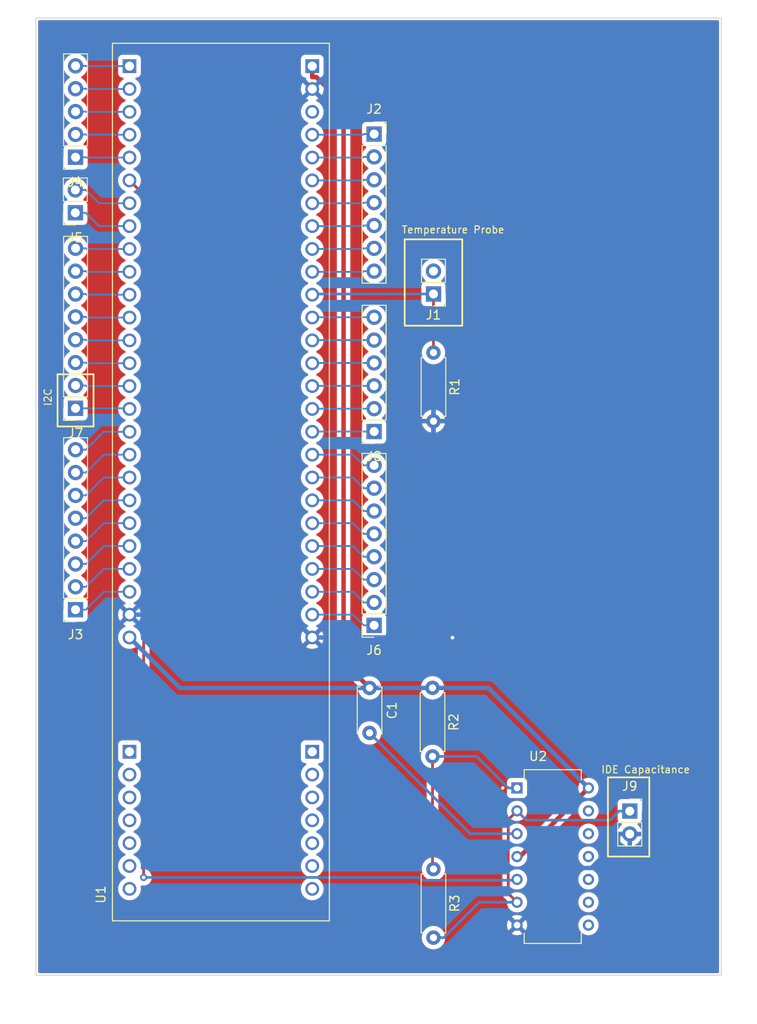
<source format=kicad_pcb>
(kicad_pcb (version 20240108) (generator "pcbnew") (generator_version "8.0")
  (layers (0 "F.Cu" signal) (31 "B.Cu" signal) (34 "B.Paste" user) (35 "F.Paste" user) (36 "B.SilkS" user "B.Silkscreen") (37 "F.SilkS" user "F.Silkscreen") (38 "B.Mask" user) (39 "F.Mask" user) (44 "Edge.Cuts" user))
  (net 0 "")
  (net 1 "GND")
  (net 2 "/Temp")
  (net 4 "Net-(J2-Pin_7)")
  (net 5 "Net-(J2-Pin_2)")
  (net 6 "Net-(J2-Pin_4)")
  (net 7 "Net-(J2-Pin_3)")
  (net 8 "Net-(J2-Pin_6)")
  (net 9 "Net-(J2-Pin_1)")
  (net 10 "Net-(J2-Pin_5)")
  (net 11 "Net-(J3-Pin_7)")
  (net 12 "Net-(J3-Pin_3)")
  (net 13 "Net-(J3-Pin_6)")
  (net 14 "Net-(J3-Pin_5)")
  (net 15 "Net-(J3-Pin_1)")
  (net 16 "Net-(J3-Pin_8)")
  (net 17 "Net-(J3-Pin_2)")
  (net 18 "Net-(J3-Pin_4)")
  (net 19 "Net-(J4-Pin_4)")
  (net 20 "Net-(J4-Pin_3)")
  (net 21 "Net-(J4-Pin_5)")
  (net 22 "Net-(J4-Pin_2)")
  (net 23 "Net-(J4-Pin_1)")
  (net 24 "Net-(J5-Pin_1)")
  (net 25 "Net-(J5-Pin_2)")
  (net 26 "Net-(J6-Pin_4)")
  (net 27 "Net-(J6-Pin_3)")
  (net 28 "Net-(J6-Pin_1)")
  (net 29 "Net-(J6-Pin_7)")
  (net 30 "Net-(J6-Pin_2)")
  (net 31 "Net-(J6-Pin_5)")
  (net 32 "Net-(J6-Pin_8)")
  (net 33 "Net-(J6-Pin_6)")
  (net 34 "Net-(J7-Pin_5)")
  (net 35 "Net-(J7-Pin_1)")
  (net 36 "Net-(J7-Pin_7)")
  (net 37 "Net-(J7-Pin_4)")
  (net 38 "Net-(J7-Pin_3)")
  (net 39 "Net-(J7-Pin_6)")
  (net 40 "Net-(J7-Pin_2)")
  (net 41 "Net-(J7-Pin_8)")
  (net 42 "Net-(J8-Pin_3)")
  (net 43 "Net-(J8-Pin_6)")
  (net 44 "Net-(J8-Pin_5)")
  (net 45 "Net-(J8-Pin_2)")
  (net 46 "Net-(J8-Pin_1)")
  (net 47 "Net-(J8-Pin_4)")
  (net 55 "+5V")
  (net 56 "/TimerCont")
  (net 57 "/TimerThresh")
  (net 58 "/TimerDisch")
  (net 59 "/TimerOut")
  (footprint "Connector_PinSocket_2.54mm:PinSocket_1x08_P2.54mm_Vertical" (layer "F.Cu") (at 118.2 116.9 180)
    (property "Reference" "J6" (at 0 -2.77 0) (layer "F.SilkS"))
    (property "Value" "8")
    (fp_line (start 1.33 1.27) (end 1.33 19.11) (stroke (width 0.12)) (layer "F.SilkS"))
    (fp_line (start 1.33 -1.33) (end 1.33 0) (stroke (width 0.12)) (layer "F.SilkS"))
    (fp_line (start 0 -1.33) (end 1.33 -1.33) (stroke (width 0.12)) (layer "F.SilkS"))
    (fp_line (start -1.33 19.11) (end 1.33 19.11) (stroke (width 0.12)) (layer "F.SilkS"))
    (fp_line (start -1.33 1.27) (end 1.33 1.27) (stroke (width 0.12)) (layer "F.SilkS"))
    (fp_line (start -1.33 1.27) (end -1.33 19.11) (stroke (width 0.12)) (layer "F.SilkS"))
    (pad "1" thru_hole rect (at 0 0 180) (size 1.7 1.7) (drill 1) (layers "*.Cu" "*.Mask") (net 28 "Net-(J6-Pin_1)"))
    (pad "2" thru_hole oval (at 0 2.54 180) (size 1.7 1.7) (drill 1) (layers "*.Cu" "*.Mask") (net 30 "Net-(J6-Pin_2)"))
    (pad "3" thru_hole oval (at 0 5.08 180) (size 1.7 1.7) (drill 1) (layers "*.Cu" "*.Mask") (net 27 "Net-(J6-Pin_3)"))
    (pad "4" thru_hole oval (at 0 7.62 180) (size 1.7 1.7) (drill 1) (layers "*.Cu" "*.Mask") (net 26 "Net-(J6-Pin_4)"))
    (pad "5" thru_hole oval (at 0 10.16 180) (size 1.7 1.7) (drill 1) (layers "*.Cu" "*.Mask") (net 31 "Net-(J6-Pin_5)"))
    (pad "6" thru_hole oval (at 0 12.7 180) (size 1.7 1.7) (drill 1) (layers "*.Cu" "*.Mask") (net 33 "Net-(J6-Pin_6)"))
    (pad "7" thru_hole oval (at 0 15.24 180) (size 1.7 1.7) (drill 1) (layers "*.Cu" "*.Mask") (net 29 "Net-(J6-Pin_7)"))
    (pad "8" thru_hole oval (at 0 17.78 180) (size 1.7 1.7) (drill 1) (layers "*.Cu" "*.Mask") (net 32 "Net-(J6-Pin_8)"))
  )
  (footprint "Connector_PinSocket_2.54mm:PinSocket_1x07_P2.54mm_Vertical" (layer "F.Cu") (at 118.2 62.3)
    (property "Reference" "J2" (at 0 -2.77 0) (layer "F.SilkS"))
    (property "Value" "5")
    (fp_line (start -1.33 1.27) (end -1.33 16.57) (stroke (width 0.12)) (layer "F.SilkS"))
    (fp_line (start -1.33 1.27) (end 1.33 1.27) (stroke (width 0.12)) (layer "F.SilkS"))
    (fp_line (start -1.33 16.57) (end 1.33 16.57) (stroke (width 0.12)) (layer "F.SilkS"))
    (fp_line (start 0 -1.33) (end 1.33 -1.33) (stroke (width 0.12)) (layer "F.SilkS"))
    (fp_line (start 1.33 -1.33) (end 1.33 0) (stroke (width 0.12)) (layer "F.SilkS"))
    (fp_line (start 1.33 1.27) (end 1.33 16.57) (stroke (width 0.12)) (layer "F.SilkS"))
    (pad "1" thru_hole rect (at 0 0) (size 1.7 1.7) (drill 1) (layers "*.Cu" "*.Mask") (net 9 "Net-(J2-Pin_1)"))
    (pad "2" thru_hole oval (at 0 2.54) (size 1.7 1.7) (drill 1) (layers "*.Cu" "*.Mask") (net 5 "Net-(J2-Pin_2)"))
    (pad "3" thru_hole oval (at 0 5.08) (size 1.7 1.7) (drill 1) (layers "*.Cu" "*.Mask") (net 7 "Net-(J2-Pin_3)"))
    (pad "4" thru_hole oval (at 0 7.62) (size 1.7 1.7) (drill 1) (layers "*.Cu" "*.Mask") (net 6 "Net-(J2-Pin_4)"))
    (pad "5" thru_hole oval (at 0 10.16) (size 1.7 1.7) (drill 1) (layers "*.Cu" "*.Mask") (net 10 "Net-(J2-Pin_5)"))
    (pad "6" thru_hole oval (at 0 12.7) (size 1.7 1.7) (drill 1) (layers "*.Cu" "*.Mask") (net 8 "Net-(J2-Pin_6)"))
    (pad "7" thru_hole oval (at 0 15.24) (size 1.7 1.7) (drill 1) (layers "*.Cu" "*.Mask") (net 4 "Net-(J2-Pin_7)"))
  )
  (footprint "Connector_PinHeader_2.54mm:PinHeader_1x02_P2.54mm_Vertical" (layer "F.Cu") (at 124.8 80.075 180)
    (property "Reference" "J1" (at 0 -2.33 0) (layer "F.SilkS"))
    (property "Value" "9")
    (fp_line (start 1.33 1.27) (end 1.33 3.87) (stroke (width 0.12)) (layer "F.SilkS"))
    (fp_line (start -1.33 3.87) (end 1.33 3.87) (stroke (width 0.12)) (layer "F.SilkS"))
    (fp_line (start -1.33 1.27) (end 1.33 1.27) (stroke (width 0.12)) (layer "F.SilkS"))
    (fp_line (start -1.33 1.27) (end -1.33 3.87) (stroke (width 0.12)) (layer "F.SilkS"))
    (fp_line (start -1.33 0) (end -1.33 -1.33) (stroke (width 0.12)) (layer "F.SilkS"))
    (fp_line (start -1.33 -1.33) (end 0 -1.33) (stroke (width 0.12)) (layer "F.SilkS"))
    (pad "1" thru_hole rect (at 0 0 180) (size 1.7 1.7) (drill 1) (layers "*.Cu" "*.Mask") (net 2 "/Temp"))
    (pad "2" thru_hole oval (at 0 2.54 180) (size 1.7 1.7) (drill 1) (layers "*.Cu" "*.Mask"))
  )
  (footprint "NE556N Footprint:DIP794W45P254L1930H508Q14" (layer "F.Cu") (at 138.0625 142.6)
    (property "Reference" "U2" (at -1.63 -11.135 0) (layer "F.SilkS"))
    (property "Value" "NE556N")
    (fp_line (start -3.175 -9.6525) (end 3.175 -9.6525) (stroke (width 0.127)) (layer "F.SilkS"))
    (fp_line (start -3.175 -8.525) (end -3.175 -9.6525) (stroke (width 0.127)) (layer "F.SilkS"))
    (fp_line (start -3.175 9.6525) (end -3.175 8.525) (stroke (width 0.127)) (layer "F.SilkS"))
    (fp_line (start 3.175 -9.6525) (end 3.175 -8.525) (stroke (width 0.127)) (layer "F.SilkS"))
    (fp_line (start 3.175 8.525) (end 3.175 9.6525) (stroke (width 0.127)) (layer "F.SilkS"))
    (fp_line (start 3.175 9.6525) (end -3.175 9.6525) (stroke (width 0.127)) (layer "F.SilkS"))
    (fp_circle (center -5.555 -7.62) (end -5.455 -7.62) (stroke (width 0.2)) (fill none) (layer "F.SilkS"))
    (pad "1" thru_hole rect (at -3.97 -7.62) (size 1.248 1.248) (drill 0.74) (layers "*.Cu" "*.Mask") (net 58 "/TimerDisch"))
    (pad "2" thru_hole circle (at -3.97 -5.08) (size 1.248 1.248) (drill 0.74) (layers "*.Cu" "*.Mask") (net 57 "/TimerThresh"))
    (pad "3" thru_hole circle (at -3.97 -2.54) (size 1.248 1.248) (drill 0.74) (layers "*.Cu" "*.Mask") (net 56 "/TimerCont"))
    (pad "4" thru_hole circle (at -3.97 0) (size 1.248 1.248) (drill 0.74) (layers "*.Cu" "*.Mask") (net 55 "+5V"))
    (pad "5" thru_hole circle (at -3.97 2.54) (size 1.248 1.248) (drill 0.74) (layers "*.Cu" "*.Mask") (net 59 "/TimerOut"))
    (pad "6" thru_hole circle (at -3.97 5.08) (size 1.248 1.248) (drill 0.74) (layers "*.Cu" "*.Mask") (net 57 "/TimerThresh"))
    (pad "7" thru_hole circle (at -3.97 7.62) (size 1.248 1.248) (drill 0.74) (layers "*.Cu" "*.Mask") (net 1 "GND"))
    (pad "8" thru_hole circle (at 3.97 7.62) (size 1.248 1.248) (drill 0.74) (layers "*.Cu" "*.Mask"))
    (pad "9" thru_hole circle (at 3.97 5.08) (size 1.248 1.248) (drill 0.74) (layers "*.Cu" "*.Mask"))
    (pad "10" thru_hole circle (at 3.97 2.54) (size 1.248 1.248) (drill 0.74) (layers "*.Cu" "*.Mask"))
    (pad "11" thru_hole circle (at 3.97 0) (size 1.248 1.248) (drill 0.74) (layers "*.Cu" "*.Mask"))
    (pad "12" thru_hole circle (at 3.97 -2.54) (size 1.248 1.248) (drill 0.74) (layers "*.Cu" "*.Mask"))
    (pad "13" thru_hole circle (at 3.97 -5.08) (size 1.248 1.248) (drill 0.74) (layers "*.Cu" "*.Mask"))
    (pad "14" thru_hole circle (at 3.97 -7.62) (size 1.248 1.248) (drill 0.74) (layers "*.Cu" "*.Mask") (net 55 "+5V"))
  )
  (footprint "Resistor_THT:R_Axial_DIN0207_L6.3mm_D2.5mm_P7.62mm_Horizontal" (layer "F.Cu") (at 124.8 143.99 -90)
    (property "Reference" "R3" (at 3.81 -2.37 90) (layer "F.SilkS"))
    (property "Value" "10k")
    (fp_line (start 0.54 1.37) (end 7.08 1.37) (stroke (width 0.12)) (layer "F.SilkS"))
    (fp_line (start 7.08 1.37) (end 7.08 1.04) (stroke (width 0.12)) (layer "F.SilkS"))
    (fp_line (start 0.54 1.04) (end 0.54 1.37) (stroke (width 0.12)) (layer "F.SilkS"))
    (fp_line (start 0.54 -1.04) (end 0.54 -1.37) (stroke (width 0.12)) (layer "F.SilkS"))
    (fp_line (start 0.54 -1.37) (end 7.08 -1.37) (stroke (width 0.12)) (layer "F.SilkS"))
    (fp_line (start 7.08 -1.37) (end 7.08 -1.04) (stroke (width 0.12)) (layer "F.SilkS"))
    (pad "1" thru_hole circle (at 0 0 270) (size 1.6 1.6) (drill 0.8) (layers "*.Cu" "*.Mask") (net 58 "/TimerDisch"))
    (pad "2" thru_hole oval (at 7.62 0 270) (size 1.6 1.6) (drill 0.8) (layers "*.Cu" "*.Mask") (net 57 "/TimerThresh"))
  )
  (footprint "Connector_PinSocket_2.54mm:PinSocket_1x08_P2.54mm_Vertical" (layer "F.Cu") (at 85 92.78 180)
    (property "Reference" "J7" (at 0 -2.77 0) (layer "F.SilkS"))
    (property "Value" "3")
    (fp_line (start 1.33 1.27) (end 1.33 19.11) (stroke (width 0.12)) (layer "F.SilkS"))
    (fp_line (start 1.33 -1.33) (end 1.33 0) (stroke (width 0.12)) (layer "F.SilkS"))
    (fp_line (start 0 -1.33) (end 1.33 -1.33) (stroke (width 0.12)) (layer "F.SilkS"))
    (fp_line (start -1.33 19.11) (end 1.33 19.11) (stroke (width 0.12)) (layer "F.SilkS"))
    (fp_line (start -1.33 1.27) (end 1.33 1.27) (stroke (width 0.12)) (layer "F.SilkS"))
    (fp_line (start -1.33 1.27) (end -1.33 19.11) (stroke (width 0.12)) (layer "F.SilkS"))
    (pad "1" thru_hole rect (at 0 0 180) (size 1.7 1.7) (drill 1) (layers "*.Cu" "*.Mask") (net 35 "Net-(J7-Pin_1)"))
    (pad "2" thru_hole oval (at 0 2.54 180) (size 1.7 1.7) (drill 1) (layers "*.Cu" "*.Mask") (net 40 "Net-(J7-Pin_2)"))
    (pad "3" thru_hole oval (at 0 5.08 180) (size 1.7 1.7) (drill 1) (layers "*.Cu" "*.Mask") (net 38 "Net-(J7-Pin_3)"))
    (pad "4" thru_hole oval (at 0 7.62 180) (size 1.7 1.7) (drill 1) (layers "*.Cu" "*.Mask") (net 37 "Net-(J7-Pin_4)"))
    (pad "5" thru_hole oval (at 0 10.16 180) (size 1.7 1.7) (drill 1) (layers "*.Cu" "*.Mask") (net 34 "Net-(J7-Pin_5)"))
    (pad "6" thru_hole oval (at 0 12.7 180) (size 1.7 1.7) (drill 1) (layers "*.Cu" "*.Mask") (net 39 "Net-(J7-Pin_6)"))
    (pad "7" thru_hole oval (at 0 15.24 180) (size 1.7 1.7) (drill 1) (layers "*.Cu" "*.Mask") (net 36 "Net-(J7-Pin_7)"))
    (pad "8" thru_hole oval (at 0 17.78 180) (size 1.7 1.7) (drill 1) (layers "*.Cu" "*.Mask") (net 41 "Net-(J7-Pin_8)"))
  )
  (footprint "Resistor_THT:R_Axial_DIN0207_L6.3mm_D2.5mm_P7.62mm_Horizontal" (layer "F.Cu") (at 124.8 86.59 -90)
    (property "Reference" "R1" (at 3.81 -2.37 90) (layer "F.SilkS"))
    (property "Value" "22k")
    (fp_line (start 0.54 1.37) (end 7.08 1.37) (stroke (width 0.12)) (layer "F.SilkS"))
    (fp_line (start 7.08 1.37) (end 7.08 1.04) (stroke (width 0.12)) (layer "F.SilkS"))
    (fp_line (start 0.54 1.04) (end 0.54 1.37) (stroke (width 0.12)) (layer "F.SilkS"))
    (fp_line (start 0.54 -1.04) (end 0.54 -1.37) (stroke (width 0.12)) (layer "F.SilkS"))
    (fp_line (start 0.54 -1.37) (end 7.08 -1.37) (stroke (width 0.12)) (layer "F.SilkS"))
    (fp_line (start 7.08 -1.37) (end 7.08 -1.04) (stroke (width 0.12)) (layer "F.SilkS"))
    (pad "1" thru_hole circle (at 0 0 270) (size 1.6 1.6) (drill 0.8) (layers "*.Cu" "*.Mask") (net 2 "/Temp"))
    (pad "2" thru_hole oval (at 7.62 0 270) (size 1.6 1.6) (drill 0.8) (layers "*.Cu" "*.Mask") (net 1 "GND"))
  )
  (footprint "Connector_PinSocket_2.54mm:PinSocket_1x02_P2.54mm_Vertical" (layer "F.Cu") (at 146.625 137.55)
    (property "Reference" "J9" (at 0 -2.77 0) (layer "F.SilkS"))
    (property "Value" "Conn_01x02_Socket")
    (fp_line (start -1.33 1.27) (end -1.33 3.87) (stroke (width 0.12)) (layer "F.SilkS"))
    (fp_line (start -1.33 1.27) (end 1.33 1.27) (stroke (width 0.12)) (layer "F.SilkS"))
    (fp_line (start -1.33 3.87) (end 1.33 3.87) (stroke (width 0.12)) (layer "F.SilkS"))
    (fp_line (start 0 -1.33) (end 1.33 -1.33) (stroke (width 0.12)) (layer "F.SilkS"))
    (fp_line (start 1.33 -1.33) (end 1.33 0) (stroke (width 0.12)) (layer "F.SilkS"))
    (fp_line (start 1.33 1.27) (end 1.33 3.87) (stroke (width 0.12)) (layer "F.SilkS"))
    (pad "1" thru_hole rect (at 0 0) (size 1.7 1.7) (drill 1) (layers "*.Cu" "*.Mask") (net 57 "/TimerThresh"))
    (pad "2" thru_hole oval (at 0 2.54) (size 1.7 1.7) (drill 1) (layers "*.Cu" "*.Mask") (net 1 "GND"))
  )
  (footprint "Connector_PinSocket_2.54mm:PinSocket_1x05_P2.54mm_Vertical" (layer "F.Cu") (at 85 64.88 180)
    (property "Reference" "J4" (at 0 -2.77 0) (layer "F.SilkS"))
    (property "Value" "1")
    (fp_line (start 1.33 1.27) (end 1.33 11.49) (stroke (width 0.12)) (layer "F.SilkS"))
    (fp_line (start 1.33 -1.33) (end 1.33 0) (stroke (width 0.12)) (layer "F.SilkS"))
    (fp_line (start 0 -1.33) (end 1.33 -1.33) (stroke (width 0.12)) (layer "F.SilkS"))
    (fp_line (start -1.33 11.49) (end 1.33 11.49) (stroke (width 0.12)) (layer "F.SilkS"))
    (fp_line (start -1.33 1.27) (end 1.33 1.27) (stroke (width 0.12)) (layer "F.SilkS"))
    (fp_line (start -1.33 1.27) (end -1.33 11.49) (stroke (width 0.12)) (layer "F.SilkS"))
    (pad "1" thru_hole rect (at 0 0 180) (size 1.7 1.7) (drill 1) (layers "*.Cu" "*.Mask") (net 23 "Net-(J4-Pin_1)"))
    (pad "2" thru_hole oval (at 0 2.54 180) (size 1.7 1.7) (drill 1) (layers "*.Cu" "*.Mask") (net 22 "Net-(J4-Pin_2)"))
    (pad "3" thru_hole oval (at 0 5.08 180) (size 1.7 1.7) (drill 1) (layers "*.Cu" "*.Mask") (net 20 "Net-(J4-Pin_3)"))
    (pad "4" thru_hole oval (at 0 7.62 180) (size 1.7 1.7) (drill 1) (layers "*.Cu" "*.Mask") (net 19 "Net-(J4-Pin_4)"))
    (pad "5" thru_hole oval (at 0 10.16 180) (size 1.7 1.7) (drill 1) (layers "*.Cu" "*.Mask") (net 21 "Net-(J4-Pin_5)"))
  )
  (footprint "Connector_PinSocket_2.54mm:PinSocket_1x02_P2.54mm_Vertical" (layer "F.Cu") (at 84.975 71.05 180)
    (property "Reference" "J5" (at 0 -2.77 0) (layer "F.SilkS"))
    (property "Value" "2")
    (fp_line (start 1.33 1.27) (end 1.33 3.87) (stroke (width 0.12)) (layer "F.SilkS"))
    (fp_line (start 1.33 -1.33) (end 1.33 0) (stroke (width 0.12)) (layer "F.SilkS"))
    (fp_line (start 0 -1.33) (end 1.33 -1.33) (stroke (width 0.12)) (layer "F.SilkS"))
    (fp_line (start -1.33 3.87) (end 1.33 3.87) (stroke (width 0.12)) (layer "F.SilkS"))
    (fp_line (start -1.33 1.27) (end 1.33 1.27) (stroke (width 0.12)) (layer "F.SilkS"))
    (fp_line (start -1.33 1.27) (end -1.33 3.87) (stroke (width 0.12)) (layer "F.SilkS"))
    (pad "1" thru_hole rect (at 0 0 180) (size 1.7 1.7) (drill 1) (layers "*.Cu" "*.Mask") (net 24 "Net-(J5-Pin_1)"))
    (pad "2" thru_hole oval (at 0 2.54 180) (size 1.7 1.7) (drill 1) (layers "*.Cu" "*.Mask") (net 25 "Net-(J5-Pin_2)"))
  )
  (footprint "Connector_PinSocket_2.54mm:PinSocket_1x08_P2.54mm_Vertical" (layer "F.Cu") (at 85 115.16 180)
    (property "Reference" "J3" (at 0 -2.77 0) (layer "F.SilkS"))
    (property "Value" "4")
    (fp_line (start 1.33 1.27) (end 1.33 19.11) (stroke (width 0.12)) (layer "F.SilkS"))
    (fp_line (start 1.33 -1.33) (end 1.33 0) (stroke (width 0.12)) (layer "F.SilkS"))
    (fp_line (start 0 -1.33) (end 1.33 -1.33) (stroke (width 0.12)) (layer "F.SilkS"))
    (fp_line (start -1.33 19.11) (end 1.33 19.11) (stroke (width 0.12)) (layer "F.SilkS"))
    (fp_line (start -1.33 1.27) (end 1.33 1.27) (stroke (width 0.12)) (layer "F.SilkS"))
    (fp_line (start -1.33 1.27) (end -1.33 19.11) (stroke (width 0.12)) (layer "F.SilkS"))
    (pad "1" thru_hole rect (at 0 0 180) (size 1.7 1.7) (drill 1) (layers "*.Cu" "*.Mask") (net 15 "Net-(J3-Pin_1)"))
    (pad "2" thru_hole oval (at 0 2.54 180) (size 1.7 1.7) (drill 1) (layers "*.Cu" "*.Mask") (net 17 "Net-(J3-Pin_2)"))
    (pad "3" thru_hole oval (at 0 5.08 180) (size 1.7 1.7) (drill 1) (layers "*.Cu" "*.Mask") (net 12 "Net-(J3-Pin_3)"))
    (pad "4" thru_hole oval (at 0 7.62 180) (size 1.7 1.7) (drill 1) (layers "*.Cu" "*.Mask") (net 18 "Net-(J3-Pin_4)"))
    (pad "5" thru_hole oval (at 0 10.16 180) (size 1.7 1.7) (drill 1) (layers "*.Cu" "*.Mask") (net 14 "Net-(J3-Pin_5)"))
    (pad "6" thru_hole oval (at 0 12.7 180) (size 1.7 1.7) (drill 1) (layers "*.Cu" "*.Mask") (net 13 "Net-(J3-Pin_6)"))
    (pad "7" thru_hole oval (at 0 15.24 180) (size 1.7 1.7) (drill 1) (layers "*.Cu" "*.Mask") (net 11 "Net-(J3-Pin_7)"))
    (pad "8" thru_hole oval (at 0 17.78 180) (size 1.7 1.7) (drill 1) (layers "*.Cu" "*.Mask") (net 16 "Net-(J3-Pin_8)"))
  )
  (footprint "Capacitor_THT:C_Disc_D5.0mm_W2.5mm_P5.00mm" (layer "F.Cu") (at 117.6925 123.86 -90)
    (property "Reference" "C1" (at 2.5 -2.5 90) (layer "F.SilkS"))
    (property "Value" "100n")
    (fp_line (start -0.12 1.37) (end 5.12 1.37) (stroke (width 0.12)) (layer "F.SilkS"))
    (fp_line (start -0.12 1.055) (end -0.12 1.37) (stroke (width 0.12)) (layer "F.SilkS"))
    (fp_line (start 5.12 1.055) (end 5.12 1.37) (stroke (width 0.12)) (layer "F.SilkS"))
    (fp_line (start -0.12 -1.37) (end -0.12 -1.055) (stroke (width 0.12)) (layer "F.SilkS"))
    (fp_line (start -0.12 -1.37) (end 5.12 -1.37) (stroke (width 0.12)) (layer "F.SilkS"))
    (fp_line (start 5.12 -1.37) (end 5.12 -1.055) (stroke (width 0.12)) (layer "F.SilkS"))
    (pad "1" thru_hole circle (at 0 0 270) (size 1.6 1.6) (drill 0.8) (layers "*.Cu" "*.Mask") (net 55 "+5V"))
    (pad "2" thru_hole circle (at 5 0 270) (size 1.6 1.6) (drill 0.8) (layers "*.Cu" "*.Mask") (net 56 "/TimerCont"))
  )
  (footprint "Resistor_THT:R_Axial_DIN0207_L6.3mm_D2.5mm_P7.62mm_Horizontal" (layer "F.Cu") (at 124.6925 123.85 -90)
    (property "Reference" "R2" (at 3.81 -2.37 90) (layer "F.SilkS"))
    (property "Value" "1k")
    (fp_line (start 0.54 1.37) (end 7.08 1.37) (stroke (width 0.12)) (layer "F.SilkS"))
    (fp_line (start 7.08 1.37) (end 7.08 1.04) (stroke (width 0.12)) (layer "F.SilkS"))
    (fp_line (start 0.54 1.04) (end 0.54 1.37) (stroke (width 0.12)) (layer "F.SilkS"))
    (fp_line (start 0.54 -1.04) (end 0.54 -1.37) (stroke (width 0.12)) (layer "F.SilkS"))
    (fp_line (start 0.54 -1.37) (end 7.08 -1.37) (stroke (width 0.12)) (layer "F.SilkS"))
    (fp_line (start 7.08 -1.37) (end 7.08 -1.04) (stroke (width 0.12)) (layer "F.SilkS"))
    (pad "1" thru_hole circle (at 0 0 270) (size 1.6 1.6) (drill 0.8) (layers "*.Cu" "*.Mask") (net 55 "+5V"))
    (pad "2" thru_hole oval (at 7.62 0 270) (size 1.6 1.6) (drill 0.8) (layers "*.Cu" "*.Mask") (net 58 "/TimerDisch"))
  )
  (footprint "PSOC Footprint:MODULE_CY8CKIT-059" (layer "F.Cu") (at 101.16 100.47 90)
    (property "Reference" "U1" (at -46.355 -13.335 90) (layer "F.SilkS"))
    (property "Value" "CY8CKIT-059")
    (fp_line (start 48.26 -12.0574) (end -49.276 -12.0574) (stroke (width 0.127)) (layer "F.SilkS"))
    (fp_line (start -49.276 -12.0574) (end -49.276 12.065) (stroke (width 0.127)) (layer "F.SilkS"))
    (fp_line (start 48.26 12.065) (end 48.26 -12.0574) (stroke (width 0.127)) (layer "F.SilkS"))
    (fp_line (start -49.276 12.065) (end 48.26 12.065) (stroke (width 0.127)) (layer "F.SilkS"))
    (pad "J1.1" thru_hole rect (at 45.72 -10.16 90) (size 1.53 1.53) (drill 1.02) (layers "*.Cu" "*.Mask") (net 21 "Net-(J4-Pin_5)"))
    (pad "J1.2" thru_hole circle (at 43.18 -10.16 90) (size 1.53 1.53) (drill 1.02) (layers "*.Cu" "*.Mask") (net 19 "Net-(J4-Pin_4)"))
    (pad "J1.3" thru_hole circle (at 40.64 -10.16 90) (size 1.53 1.53) (drill 1.02) (layers "*.Cu" "*.Mask") (net 20 "Net-(J4-Pin_3)"))
    (pad "J1.4" thru_hole circle (at 38.1 -10.16 90) (size 1.53 1.53) (drill 1.02) (layers "*.Cu" "*.Mask") (net 22 "Net-(J4-Pin_2)"))
    (pad "J1.5" thru_hole circle (at 35.56 -10.16 90) (size 1.53 1.53) (drill 1.02) (layers "*.Cu" "*.Mask") (net 23 "Net-(J4-Pin_1)"))
    (pad "J1.6" thru_hole circle (at 33.02 -10.16 90) (size 1.53 1.53) (drill 1.02) (layers "*.Cu" "*.Mask") (net 59 "/TimerOut"))
    (pad "J1.7" thru_hole circle (at 30.48 -10.16 90) (size 1.53 1.53) (drill 1.02) (layers "*.Cu" "*.Mask") (net 25 "Net-(J5-Pin_2)"))
    (pad "J1.8" thru_hole circle (at 27.94 -10.16 90) (size 1.53 1.53) (drill 1.02) (layers "*.Cu" "*.Mask") (net 24 "Net-(J5-Pin_1)"))
    (pad "J1.9" thru_hole circle (at 25.4 -10.16 90) (size 1.53 1.53) (drill 1.02) (layers "*.Cu" "*.Mask") (net 41 "Net-(J7-Pin_8)"))
    (pad "J1.10" thru_hole circle (at 22.86 -10.16 90) (size 1.53 1.53) (drill 1.02) (layers "*.Cu" "*.Mask") (net 36 "Net-(J7-Pin_7)"))
    (pad "J1.11" thru_hole circle (at 20.32 -10.16 90) (size 1.53 1.53) (drill 1.02) (layers "*.Cu" "*.Mask") (net 39 "Net-(J7-Pin_6)"))
    (pad "J1.12" thru_hole circle (at 17.78 -10.16 90) (size 1.53 1.53) (drill 1.02) (layers "*.Cu" "*.Mask") (net 34 "Net-(J7-Pin_5)"))
    (pad "J1.13" thru_hole circle (at 15.24 -10.16 90) (size 1.53 1.53) (drill 1.02) (layers "*.Cu" "*.Mask") (net 37 "Net-(J7-Pin_4)"))
    (pad "J1.14" thru_hole circle (at 12.7 -10.16 90) (size 1.53 1.53) (drill 1.02) (layers "*.Cu" "*.Mask") (net 38 "Net-(J7-Pin_3)"))
    (pad "J1.15" thru_hole circle (at 10.16 -10.16 90) (size 1.53 1.53) (drill 1.02) (layers "*.Cu" "*.Mask") (net 40 "Net-(J7-Pin_2)"))
    (pad "J1.16" thru_hole circle (at 7.62 -10.16 90) (size 1.53 1.53) (drill 1.02) (layers "*.Cu" "*.Mask") (net 35 "Net-(J7-Pin_1)"))
    (pad "J1.17" thru_hole circle (at 5.08 -10.16 90) (size 1.53 1.53) (drill 1.02) (layers "*.Cu" "*.Mask") (net 16 "Net-(J3-Pin_8)"))
    (pad "J1.18" thru_hole circle (at 2.54 -10.16 90) (size 1.53 1.53) (drill 1.02) (layers "*.Cu" "*.Mask") (net 11 "Net-(J3-Pin_7)"))
    (pad "J1.19" thru_hole circle (at 0 -10.16 90) (size 1.53 1.53) (drill 1.02) (layers "*.Cu" "*.Mask") (net 13 "Net-(J3-Pin_6)"))
    (pad "J1.20" thru_hole circle (at -2.54 -10.16 90) (size 1.53 1.53) (drill 1.02) (layers "*.Cu" "*.Mask") (net 14 "Net-(J3-Pin_5)"))
    (pad "J1.21" thru_hole circle (at -5.08 -10.16 90) (size 1.53 1.53) (drill 1.02) (layers "*.Cu" "*.Mask") (net 18 "Net-(J3-Pin_4)"))
    (pad "J1.22" thru_hole circle (at -7.62 -10.16 90) (size 1.53 1.53) (drill 1.02) (layers "*.Cu" "*.Mask") (net 12 "Net-(J3-Pin_3)"))
    (pad "J1.23" thru_hole circle (at -10.16 -10.16 90) (size 1.53 1.53) (drill 1.02) (layers "*.Cu" "*.Mask") (net 17 "Net-(J3-Pin_2)"))
    (pad "J1.24" thru_hole circle (at -12.7 -10.16 90) (size 1.53 1.53) (drill 1.02) (layers "*.Cu" "*.Mask") (net 15 "Net-(J3-Pin_1)"))
    (pad "J1.25" thru_hole circle (at -15.24 -10.16 90) (size 1.53 1.53) (drill 1.02) (layers "*.Cu" "*.Mask") (net 1 "GND"))
    (pad "J1.26" thru_hole circle (at -17.78 -10.16 90) (size 1.53 1.53) (drill 1.02) (layers "*.Cu" "*.Mask") (net 55 "+5V"))
    (pad "J2.1" thru_hole rect (at 45.72 10.16 90) (size 1.53 1.53) (drill 1.02) (layers "*.Cu" "*.Mask") (net 55 "+5V"))
    (pad "J2.2" thru_hole circle (at 43.18 10.16 90) (size 1.53 1.53) (drill 1.02) (layers "*.Cu" "*.Mask") (net 1 "GND"))
    (pad "J2.3" thru_hole circle (at 40.64 10.16 90) (size 1.53 1.53) (drill 1.02) (layers "*.Cu" "*.Mask"))
    (pad "J2.4" thru_hole circle (at 38.1 10.16 90) (size 1.53 1.53) (drill 1.02) (layers "*.Cu" "*.Mask") (net 9 "Net-(J2-Pin_1)"))
    (pad "J2.5" thru_hole circle (at 35.56 10.16 90) (size 1.53 1.53) (drill 1.02) (layers "*.Cu" "*.Mask") (net 5 "Net-(J2-Pin_2)"))
    (pad "J2.6" thru_hole circle (at 33.02 10.16 90) (size 1.53 1.53) (drill 1.02) (layers "*.Cu" "*.Mask") (net 7 "Net-(J2-Pin_3)"))
    (pad "J2.7" thru_hole circle (at 30.48 10.16 90) (size 1.53 1.53) (drill 1.02) (layers "*.Cu" "*.Mask") (net 6 "Net-(J2-Pin_4)"))
    (pad "J2.8" thru_hole circle (at 27.94 10.16 90) (size 1.53 1.53) (drill 1.02) (layers "*.Cu" "*.Mask") (net 10 "Net-(J2-Pin_5)"))
    (pad "J2.9" thru_hole circle (at 25.4 10.16 90) (size 1.53 1.53) (drill 1.02) (layers "*.Cu" "*.Mask") (net 8 "Net-(J2-Pin_6)"))
    (pad "J2.10" thru_hole circle (at 22.86 10.16 90) (size 1.53 1.53) (drill 1.02) (layers "*.Cu" "*.Mask") (net 4 "Net-(J2-Pin_7)"))
    (pad "J2.11" thru_hole circle (at 20.32 10.16 90) (size 1.53 1.53) (drill 1.02) (layers "*.Cu" "*.Mask") (net 2 "/Temp"))
    (pad "J2.12" thru_hole circle (at 17.78 10.16 90) (size 1.53 1.53) (drill 1.02) (layers "*.Cu" "*.Mask") (net 43 "Net-(J8-Pin_6)"))
    (pad "J2.13" thru_hole circle (at 15.24 10.16 90) (size 1.53 1.53) (drill 1.02) (layers "*.Cu" "*.Mask") (net 44 "Net-(J8-Pin_5)"))
    (pad "J2.14" thru_hole circle (at 12.7 10.16 90) (size 1.53 1.53) (drill 1.02) (layers "*.Cu" "*.Mask") (net 47 "Net-(J8-Pin_4)"))
    (pad "J2.15" thru_hole circle (at 10.16 10.16 90) (size 1.53 1.53) (drill 1.02) (layers "*.Cu" "*.Mask") (net 42 "Net-(J8-Pin_3)"))
    (pad "J2.16" thru_hole circle (at 7.62 10.16 90) (size 1.53 1.53) (drill 1.02) (layers "*.Cu" "*.Mask") (net 45 "Net-(J8-Pin_2)"))
    (pad "J2.17" thru_hole circle (at 5.08 10.16 90) (size 1.53 1.53) (drill 1.02) (layers "*.Cu" "*.Mask") (net 46 "Net-(J8-Pin_1)"))
    (pad "J2.18" thru_hole circle (at 2.54 10.16 90) (size 1.53 1.53) (drill 1.02) (layers "*.Cu" "*.Mask") (net 32 "Net-(J6-Pin_8)"))
    (pad "J2.19" thru_hole circle (at 0 10.16 90) (size 1.53 1.53) (drill 1.02) (layers "*.Cu" "*.Mask") (net 29 "Net-(J6-Pin_7)"))
    (pad "J2.20" thru_hole circle (at -2.54 10.16 90) (size 1.53 1.53) (drill 1.02) (layers "*.Cu" "*.Mask") (net 33 "Net-(J6-Pin_6)"))
    (pad "J2.21" thru_hole circle (at -5.08 10.16 90) (size 1.53 1.53) (drill 1.02) (layers "*.Cu" "*.Mask") (net 31 "Net-(J6-Pin_5)"))
    (pad "J2.22" thru_hole circle (at -7.62 10.16 90) (size 1.53 1.53) (drill 1.02) (layers "*.Cu" "*.Mask") (net 26 "Net-(J6-Pin_4)"))
    (pad "J2.23" thru_hole circle (at -10.16 10.16 90) (size 1.53 1.53) (drill 1.02) (layers "*.Cu" "*.Mask") (net 27 "Net-(J6-Pin_3)"))
    (pad "J2.24" thru_hole circle (at -12.7 10.16 90) (size 1.53 1.53) (drill 1.02) (layers "*.Cu" "*.Mask") (net 30 "Net-(J6-Pin_2)"))
    (pad "J2.25" thru_hole circle (at -15.24 10.16 90) (size 1.53 1.53) (drill 1.02) (layers "*.Cu" "*.Mask") (net 28 "Net-(J6-Pin_1)"))
    (pad "J2.26" thru_hole circle (at -17.78 10.16 90) (size 1.53 1.53) (drill 1.02) (layers "*.Cu" "*.Mask") (net 1 "GND"))
    (pad "J8.1" thru_hole rect (at -30.48 10.16 90) (size 1.53 1.53) (drill 1.02) (layers "*.Cu" "*.Mask"))
    (pad "J8.2" thru_hole circle (at -33.02 10.16 90) (size 1.53 1.53) (drill 1.02) (layers "*.Cu" "*.Mask"))
    (pad "J8.3" thru_hole circle (at -35.56 10.16 90) (size 1.53 1.53) (drill 1.02) (layers "*.Cu" "*.Mask"))
    (pad "J8.4" thru_hole circle (at -38.1 10.16 90) (size 1.53 1.53) (drill 1.02) (layers "*.Cu" "*.Mask"))
    (pad "J8.5" thru_hole circle (at -40.64 10.16 90) (size 1.53 1.53) (drill 1.02) (layers "*.Cu" "*.Mask"))
    (pad "J8.6" thru_hole circle (at -43.18 10.16 90) (size 1.53 1.53) (drill 1.02) (layers "*.Cu" "*.Mask"))
    (pad "J8.7" thru_hole circle (at -45.72 10.16 90) (size 1.53 1.53) (drill 1.02) (layers "*.Cu" "*.Mask"))
    (pad "J9.1" thru_hole rect (at -30.48 -10.16 90) (size 1.53 1.53) (drill 1.02) (layers "*.Cu" "*.Mask"))
    (pad "J9.2" thru_hole circle (at -33.02 -10.16 90) (size 1.53 1.53) (drill 1.02) (layers "*.Cu" "*.Mask"))
    (pad "J9.3" thru_hole circle (at -35.56 -10.16 90) (size 1.53 1.53) (drill 1.02) (layers "*.Cu" "*.Mask"))
    (pad "J9.4" thru_hole circle (at -38.1 -10.16 90) (size 1.53 1.53) (drill 1.02) (layers "*.Cu" "*.Mask"))
    (pad "J9.5" thru_hole circle (at -40.64 -10.16 90) (size 1.53 1.53) (drill 1.02) (layers "*.Cu" "*.Mask"))
    (pad "J9.6" thru_hole circle (at -43.18 -10.16 90) (size 1.53 1.53) (drill 1.02) (layers "*.Cu" "*.Mask"))
    (pad "J9.7" thru_hole circle (at -45.72 -10.16 90) (size 1.53 1.53) (drill 1.02) (layers "*.Cu" "*.Mask"))
  )
  (footprint "Connector_PinSocket_2.54mm:PinSocket_1x06_P2.54mm_Vertical" (layer "F.Cu") (at 118.2 95.36 180)
    (property "Reference" "J8" (at 0 -2.77 0) (layer "F.SilkS"))
    (property "Value" "6")
    (fp_line (start 1.33 1.27) (end 1.33 14.03) (stroke (width 0.12)) (layer "F.SilkS"))
    (fp_line (start 1.33 -1.33) (end 1.33 0) (stroke (width 0.12)) (layer "F.SilkS"))
    (fp_line (start 0 -1.33) (end 1.33 -1.33) (stroke (width 0.12)) (layer "F.SilkS"))
    (fp_line (start -1.33 14.03) (end 1.33 14.03) (stroke (width 0.12)) (layer "F.SilkS"))
    (fp_line (start -1.33 1.27) (end 1.33 1.27) (stroke (width 0.12)) (layer "F.SilkS"))
    (fp_line (start -1.33 1.27) (end -1.33 14.03) (stroke (width 0.12)) (layer "F.SilkS"))
    (pad "1" thru_hole rect (at 0 0 180) (size 1.7 1.7) (drill 1) (layers "*.Cu" "*.Mask") (net 46 "Net-(J8-Pin_1)"))
    (pad "2" thru_hole oval (at 0 2.54 180) (size 1.7 1.7) (drill 1) (layers "*.Cu" "*.Mask") (net 45 "Net-(J8-Pin_2)"))
    (pad "3" thru_hole oval (at 0 5.08 180) (size 1.7 1.7) (drill 1) (layers "*.Cu" "*.Mask") (net 42 "Net-(J8-Pin_3)"))
    (pad "4" thru_hole oval (at 0 7.62 180) (size 1.7 1.7) (drill 1) (layers "*.Cu" "*.Mask") (net 47 "Net-(J8-Pin_4)"))
    (pad "5" thru_hole oval (at 0 10.16 180) (size 1.7 1.7) (drill 1) (layers "*.Cu" "*.Mask") (net 44 "Net-(J8-Pin_5)"))
    (pad "6" thru_hole oval (at 0 12.7 180) (size 1.7 1.7) (drill 1) (layers "*.Cu" "*.Mask") (net 43 "Net-(J8-Pin_6)"))
  )
  (gr_rect (start 144.2 133.8) (end 148.8 142.6) (stroke (width 0.2)) (fill none) (layer "F.SilkS"))
  (gr_rect (start 121.6 74) (end 128 83.6) (stroke (width 0.2)) (fill none) (layer "F.SilkS"))
  (gr_rect (start 83 89) (end 87 94.8) (stroke (width 0.2)) (fill none) (layer "F.SilkS"))
  (gr_rect (start 80.6 49.4) (end 156.8 155.8) (stroke (width 0.1)) (fill none) (layer "Edge.Cuts"))
  (gr_text "IDE Capacitance" (at 143.4 133.4 0) (layer "F.SilkS") (effects (font (size 0.8 0.8) (thickness 0.125)) (justify left bottom)))
  (gr_text "Temperature Probe\n" (at 121.2 73.4 0) (layer "F.SilkS") (effects (font (size 0.8 0.8) (thickness 0.125) (bold yes)) (justify left bottom)))
  (gr_text "I2C" (at 82.4 92.6 90) (layer "F.SilkS") (effects (font (size 0.8 0.8) (thickness 0.125)) (justify left bottom)))
  (segment (start 126.9145 143.042) (end 126.9145 118.2675) (width 0.5) (layer "F.Cu") (net 1))
  (segment (start 126.9145 118.2675) (end 124.8 116.153) (width 0.5) (layer "F.Cu") (net 1))
  (segment (start 124.8 94.21) (end 124.8 95.4617) (width 0.5) (layer "F.Cu") (net 1))
  (segment (start 134.0925 150.22) (end 126.9145 143.042) (width 0.5) (layer "F.Cu") (net 1))
  (segment (start 124.8 116.153) (end 124.8 95.4617) (width 0.5) (layer "F.Cu") (net 1))
  (via (at 126.9145 118.2675) (size 0.8) (drill 0.4) (layers "F.Cu" "B.Cu") (net 1))
  (segment (start 142.3569 143.87) (end 140.4425 143.87) (width 0.5) (layer "B.Cu") (net 1))
  (segment (start 145.3233 140.9036) (end 142.3569 143.87) (width 0.5) (layer "B.Cu") (net 1))
  (segment (start 140.4425 143.87) (end 134.0925 150.22) (width 0.5) (layer "B.Cu") (net 1))
  (segment (start 111.32 118.25) (end 108.78 115.71) (width 0.5) (layer "B.Cu") (net 1))
  (segment (start 146.625 140.09) (end 145.3233 140.09) (width 0.5) (layer "B.Cu") (net 1))
  (segment (start 145.3233 140.09) (end 145.3233 140.9036) (width 0.5) (layer "B.Cu") (net 1))
  (segment (start 111.32 118.25) (end 126.897 118.25) (width 0.5) (layer "B.Cu") (net 1))
  (segment (start 108.78 115.71) (end 91 115.71) (width 0.5) (layer "B.Cu") (net 1))
  (segment (start 126.897 118.25) (end 126.9145 118.2675) (width 0.5) (layer "B.Cu") (net 1))
  (segment (start 124.8 86.59) (end 124.8 80.075) (width 0.3) (layer "F.Cu") (net 2))
  (segment (start 111.32 80.15) (end 111.395 80.075) (width 0.3) (layer "B.Cu") (net 2))
  (segment (start 111.395 80.075) (end 124.8 80.075) (width 0.3) (layer "B.Cu") (net 2))
  (segment (start 111.32 77.61) (end 116.9783 77.61) (width 0.2) (layer "B.Cu") (net 4))
  (segment (start 116.9783 77.61) (end 117.0483 77.54) (width 0.2) (layer "B.Cu") (net 4))
  (segment (start 118.2 77.54) (end 117.0483 77.54) (width 0.2) (layer "B.Cu") (net 4))
  (segment (start 116.9783 64.91) (end 117.0483 64.84) (width 0.2) (layer "B.Cu") (net 5))
  (segment (start 111.32 64.91) (end 116.9783 64.91) (width 0.2) (layer "B.Cu") (net 5))
  (segment (start 118.2 64.84) (end 117.0483 64.84) (width 0.2) (layer "B.Cu") (net 5))
  (segment (start 118.2 69.92) (end 117.0483 69.92) (width 0.2) (layer "B.Cu") (net 6))
  (segment (start 116.9783 69.99) (end 117.0483 69.92) (width 0.2) (layer "B.Cu") (net 6))
  (segment (start 111.32 69.99) (end 116.9783 69.99) (width 0.2) (layer "B.Cu") (net 6))
  (segment (start 116.9783 67.45) (end 117.0483 67.38) (width 0.2) (layer "B.Cu") (net 7))
  (segment (start 118.2 67.38) (end 117.0483 67.38) (width 0.2) (layer "B.Cu") (net 7))
  (segment (start 111.32 67.45) (end 116.9783 67.45) (width 0.2) (layer "B.Cu") (net 7))
  (segment (start 111.32 75.07) (end 116.9783 75.07) (width 0.2) (layer "B.Cu") (net 8))
  (segment (start 116.9783 75.07) (end 117.0483 75) (width 0.2) (layer "B.Cu") (net 8))
  (segment (start 118.2 75) (end 117.0483 75) (width 0.2) (layer "B.Cu") (net 8))
  (segment (start 116.9783 62.37) (end 117.0483 62.3) (width 0.2) (layer "B.Cu") (net 9))
  (segment (start 118.2 62.3) (end 117.0483 62.3) (width 0.2) (layer "B.Cu") (net 9))
  (segment (start 111.32 62.37) (end 116.9783 62.37) (width 0.2) (layer "B.Cu") (net 9))
  (segment (start 111.32 72.53) (end 116.9783 72.53) (width 0.2) (layer "B.Cu") (net 10))
  (segment (start 118.2 72.46) (end 117.0483 72.46) (width 0.2) (layer "B.Cu") (net 10))
  (segment (start 116.9783 72.53) (end 117.0483 72.46) (width 0.2) (layer "B.Cu") (net 10))
  (segment (start 91 97.93) (end 88.1417 97.93) (width 0.2) (layer "B.Cu") (net 11))
  (segment (start 88.1417 97.93) (end 86.1517 99.92) (width 0.2) (layer "B.Cu") (net 11))
  (segment (start 85 99.92) (end 86.1517 99.92) (width 0.2) (layer "B.Cu") (net 11))
  (segment (start 88.1417 108.09) (end 86.1517 110.08) (width 0.2) (layer "B.Cu") (net 12))
  (segment (start 91 108.09) (end 88.1417 108.09) (width 0.2) (layer "B.Cu") (net 12))
  (segment (start 85 110.08) (end 86.1517 110.08) (width 0.2) (layer "B.Cu") (net 12))
  (segment (start 85 102.46) (end 86.1517 102.46) (width 0.2) (layer "B.Cu") (net 13))
  (segment (start 88.1417 100.47) (end 86.1517 102.46) (width 0.2) (layer "B.Cu") (net 13))
  (segment (start 91 100.47) (end 88.1417 100.47) (width 0.2) (layer "B.Cu") (net 13))
  (segment (start 91 103.01) (end 88.1417 103.01) (width 0.2) (layer "B.Cu") (net 14))
  (segment (start 88.1417 103.01) (end 86.1517 105) (width 0.2) (layer "B.Cu") (net 14))
  (segment (start 85 105) (end 86.1517 105) (width 0.2) (layer "B.Cu") (net 14))
  (segment (start 91 113.17) (end 88.1417 113.17) (width 0.2) (layer "B.Cu") (net 15))
  (segment (start 85 115.16) (end 86.1517 115.16) (width 0.2) (layer "B.Cu") (net 15))
  (segment (start 88.1417 113.17) (end 86.1517 115.16) (width 0.2) (layer "B.Cu") (net 15))
  (segment (start 85 97.38) (end 86.1517 97.38) (width 0.2) (layer "B.Cu") (net 16))
  (segment (start 91 95.39) (end 88.1417 95.39) (width 0.2) (layer "B.Cu") (net 16))
  (segment (start 88.1417 95.39) (end 86.1517 97.38) (width 0.2) (layer "B.Cu") (net 16))
  (segment (start 88.1417 110.63) (end 86.1517 112.62) (width 0.2) (layer "B.Cu") (net 17))
  (segment (start 91 110.63) (end 88.1417 110.63) (width 0.2) (layer "B.Cu") (net 17))
  (segment (start 85 112.62) (end 86.1517 112.62) (width 0.2) (layer "B.Cu") (net 17))
  (segment (start 91 105.55) (end 88.1417 105.55) (width 0.2) (layer "B.Cu") (net 18))
  (segment (start 85 107.54) (end 86.1517 107.54) (width 0.2) (layer "B.Cu") (net 18))
  (segment (start 88.1417 105.55) (end 86.1517 107.54) (width 0.2) (layer "B.Cu") (net 18))
  (segment (start 86.1817 57.29) (end 86.1517 57.26) (width 0.2) (layer "B.Cu") (net 19))
  (segment (start 85 57.26) (end 86.1517 57.26) (width 0.2) (layer "B.Cu") (net 19))
  (segment (start 91 57.29) (end 86.1817 57.29) (width 0.2) (layer "B.Cu") (net 19))
  (segment (start 86.1817 59.83) (end 86.1517 59.8) (width 0.2) (layer "B.Cu") (net 20))
  (segment (start 85 59.8) (end 86.1517 59.8) (width 0.2) (layer "B.Cu") (net 20))
  (segment (start 91 59.83) (end 86.1817 59.83) (width 0.2) (layer "B.Cu") (net 20))
  (segment (start 91 54.75) (end 86.1817 54.75) (width 0.2) (layer "B.Cu") (net 21))
  (segment (start 86.1817 54.75) (end 86.1517 54.72) (width 0.2) (layer "B.Cu") (net 21))
  (segment (start 85 54.72) (end 86.1517 54.72) (width 0.2) (layer "B.Cu") (net 21))
  (segment (start 86.1817 62.37) (end 86.1517 62.34) (width 0.2) (layer "B.Cu") (net 22))
  (segment (start 85 62.34) (end 86.1517 62.34) (width 0.2) (layer "B.Cu") (net 22))
  (segment (start 91 62.37) (end 86.1817 62.37) (width 0.2) (layer "B.Cu") (net 22))
  (segment (start 91 64.91) (end 86.1817 64.91) (width 0.2) (layer "B.Cu") (net 23))
  (segment (start 85 64.88) (end 86.1517 64.88) (width 0.2) (layer "B.Cu") (net 23))
  (segment (start 86.1817 64.91) (end 86.1517 64.88) (width 0.2) (layer "B.Cu") (net 23))
  (segment (start 84.975 71.05) (end 86.1267 71.05) (width 0.2) (layer "B.Cu") (net 24))
  (segment (start 91 72.53) (end 87.6067 72.53) (width 0.2) (layer "B.Cu") (net 24))
  (segment (start 87.6067 72.53) (end 86.1267 71.05) (width 0.2) (layer "B.Cu") (net 24))
  (segment (start 87.6067 69.99) (end 86.1267 68.51) (width 0.2) (layer "B.Cu") (net 25))
  (segment (start 84.975 68.51) (end 86.1267 68.51) (width 0.2) (layer "B.Cu") (net 25))
  (segment (start 91 69.99) (end 87.6067 69.99) (width 0.2) (layer "B.Cu") (net 25))
  (segment (start 118.2 109.28) (end 117.0483 109.28) (width 0.2) (layer "B.Cu") (net 26))
  (segment (start 115.8583 108.09) (end 117.0483 109.28) (width 0.2) (layer "B.Cu") (net 26))
  (segment (start 111.32 108.09) (end 115.8583 108.09) (width 0.2) (layer "B.Cu") (net 26))
  (segment (start 111.32 110.63) (end 115.8583 110.63) (width 0.2) (layer "B.Cu") (net 27))
  (segment (start 118.2 111.82) (end 117.0483 111.82) (width 0.2) (layer "B.Cu") (net 27))
  (segment (start 115.8583 110.63) (end 117.0483 111.82) (width 0.2) (layer "B.Cu") (net 27))
  (segment (start 111.32 115.71) (end 115.8583 115.71) (width 0.2) (layer "B.Cu") (net 28))
  (segment (start 115.8583 115.71) (end 117.0483 116.9) (width 0.2) (layer "B.Cu") (net 28))
  (segment (start 118.2 116.9) (end 117.0483 116.9) (width 0.2) (layer "B.Cu") (net 28))
  (segment (start 111.32 100.47) (end 115.8583 100.47) (width 0.2) (layer "B.Cu") (net 29))
  (segment (start 118.2 101.66) (end 117.0483 101.66) (width 0.2) (layer "B.Cu") (net 29))
  (segment (start 115.8583 100.47) (end 117.0483 101.66) (width 0.2) (layer "B.Cu") (net 29))
  (segment (start 111.32 113.17) (end 115.8583 113.17) (width 0.2) (layer "B.Cu") (net 30))
  (segment (start 115.8583 113.17) (end 117.0483 114.36) (width 0.2) (layer "B.Cu") (net 30))
  (segment (start 118.2 114.36) (end 117.0483 114.36) (width 0.2) (layer "B.Cu") (net 30))
  (segment (start 111.32 105.55) (end 115.8583 105.55) (width 0.2) (layer "B.Cu") (net 31))
  (segment (start 115.8583 105.55) (end 117.0483 106.74) (width 0.2) (layer "B.Cu") (net 31))
  (segment (start 118.2 106.74) (end 117.0483 106.74) (width 0.2) (layer "B.Cu") (net 31))
  (segment (start 115.8583 97.93) (end 117.0483 99.12) (width 0.2) (layer "B.Cu") (net 32))
  (segment (start 118.2 99.12) (end 117.0483 99.12) (width 0.2) (layer "B.Cu") (net 32))
  (segment (start 111.32 97.93) (end 115.8583 97.93) (width 0.2) (layer "B.Cu") (net 32))
  (segment (start 115.8583 103.01) (end 117.0483 104.2) (width 0.2) (layer "B.Cu") (net 33))
  (segment (start 118.2 104.2) (end 117.0483 104.2) (width 0.2) (layer "B.Cu") (net 33))
  (segment (start 111.32 103.01) (end 115.8583 103.01) (width 0.2) (layer "B.Cu") (net 33))
  (segment (start 91 82.69) (end 86.2217 82.69) (width 0.2) (layer "B.Cu") (net 34))
  (segment (start 85 82.62) (end 86.1517 82.62) (width 0.2) (layer "B.Cu") (net 34))
  (segment (start 86.2217 82.69) (end 86.1517 82.62) (width 0.2) (layer "B.Cu") (net 34))
  (segment (start 90.93 92.78) (end 85 92.78) (width 0.2) (layer "B.Cu") (net 35))
  (segment (start 91 92.85) (end 90.93 92.78) (width 0.2) (layer "B.Cu") (net 35))
  (segment (start 85 77.54) (end 86.1517 77.54) (width 0.2) (layer "B.Cu") (net 36))
  (segment (start 86.2217 77.61) (end 86.1517 77.54) (width 0.2) (layer "B.Cu") (net 36))
  (segment (start 91 77.61) (end 86.2217 77.61) (width 0.2) (layer "B.Cu") (net 36))
  (segment (start 86.2217 85.23) (end 86.1517 85.16) (width 0.2) (layer "B.Cu") (net 37))
  (segment (start 85 85.16) (end 86.1517 85.16) (width 0.2) (layer "B.Cu") (net 37))
  (segment (start 91 85.23) (end 86.2217 85.23) (width 0.2) (layer "B.Cu") (net 37))
  (segment (start 86.2217 87.77) (end 86.1517 87.7) (width 0.2) (layer "B.Cu") (net 38))
  (segment (start 85 87.7) (end 86.1517 87.7) (width 0.2) (layer "B.Cu") (net 38))
  (segment (start 91 87.77) (end 86.2217 87.77) (width 0.2) (layer "B.Cu") (net 38))
  (segment (start 85 80.08) (end 86.1517 80.08) (width 0.2) (layer "B.Cu") (net 39))
  (segment (start 91 80.15) (end 86.2217 80.15) (width 0.2) (layer "B.Cu") (net 39))
  (segment (start 86.2217 80.15) (end 86.1517 80.08) (width 0.2) (layer "B.Cu") (net 39))
  (segment (start 85 90.24) (end 86.1517 90.24) (width 0.2) (layer "B.Cu") (net 40))
  (segment (start 86.2217 90.31) (end 86.1517 90.24) (width 0.2) (layer "B.Cu") (net 40))
  (segment (start 91 90.31) (end 86.2217 90.31) (width 0.2) (layer "B.Cu") (net 40))
  (segment (start 91 75.07) (end 86.2217 75.07) (width 0.2) (layer "B.Cu") (net 41))
  (segment (start 86.2217 75.07) (end 86.1517 75) (width 0.2) (layer "B.Cu") (net 41))
  (segment (start 85 75) (end 86.1517 75) (width 0.2) (layer "B.Cu") (net 41))
  (segment (start 111.35 90.28) (end 111.32 90.31) (width 0.2) (layer "B.Cu") (net 42))
  (segment (start 118.2 90.28) (end 111.35 90.28) (width 0.2) (layer "B.Cu") (net 42))
  (segment (start 111.35 82.66) (end 111.32 82.69) (width 0.2) (layer "B.Cu") (net 43))
  (segment (start 118.2 82.66) (end 111.35 82.66) (width 0.2) (layer "B.Cu") (net 43))
  (segment (start 111.35 85.2) (end 111.32 85.23) (width 0.2) (layer "B.Cu") (net 44))
  (segment (start 118.2 85.2) (end 111.35 85.2) (width 0.2) (layer "B.Cu") (net 44))
  (segment (start 118.2 92.82) (end 111.35 92.82) (width 0.2) (layer "B.Cu") (net 45))
  (segment (start 111.35 92.82) (end 111.32 92.85) (width 0.2) (layer "B.Cu") (net 45))
  (segment (start 111.35 95.36) (end 111.32 95.39) (width 0.2) (layer "B.Cu") (net 46))
  (segment (start 118.2 95.36) (end 111.35 95.36) (width 0.2) (layer "B.Cu") (net 46))
  (segment (start 118.2 87.74) (end 111.35 87.74) (width 0.2) (layer "B.Cu") (net 47))
  (segment (start 111.35 87.74) (end 111.32 87.77) (width 0.2) (layer "B.Cu") (net 47))
  (segment (start 142.0325 134.98) (end 134.4125 142.6) (width 0.5) (layer "F.Cu") (net 55))
  (segment (start 111.32 54.75) (end 111.32 55.9667) (width 0.5) (layer "F.Cu") (net 55))
  (segment (start 114.8035 120.971) (end 114.8035 58.9939) (width 0.5) (layer "F.Cu") (net 55))
  (segment (start 134.4125 142.6) (end 134.0925 142.6) (width 0.5) (layer "F.Cu") (net 55))
  (segment (start 111.7763 55.9667) (end 111.32 55.9667) (width 0.5) (layer "F.Cu") (net 55))
  (segment (start 117.6925 123.86) (end 114.8035 120.971) (width 0.5) (layer "F.Cu") (net 55))
  (segment (start 114.8035 58.9939) (end 111.7763 55.9667) (width 0.5) (layer "F.Cu") (net 55))
  (segment (start 124.6875 123.86) (end 124.6925 123.855) (width 0.5) (layer "B.Cu") (net 55))
  (segment (start 117.6925 123.86) (end 124.6875 123.86) (width 0.5) (layer "B.Cu") (net 55))
  (segment (start 124.6925 123.855) (end 124.6925 123.85) (width 0.5) (layer "B.Cu") (net 55))
  (segment (start 130.9075 123.855) (end 142.0325 134.98) (width 0.5) (layer "B.Cu") (net 55))
  (segment (start 124.6925 123.855) (end 130.9075 123.855) (width 0.5) (layer "B.Cu") (net 55))
  (segment (start 91 118.25) (end 96.61 123.86) (width 0.5) (layer "B.Cu") (net 55))
  (segment (start 96.61 123.86) (end 117.6925 123.86) (width 0.5) (layer "B.Cu") (net 55))
  (segment (start 128.8925 140.06) (end 134.0925 140.06) (width 0.3) (layer "B.Cu") (net 56))
  (segment (start 117.6925 128.86) (end 128.8925 140.06) (width 0.3) (layer "B.Cu") (net 56))
  (segment (start 133.1139 146.7014) (end 134.0925 147.68) (width 0.3) (layer "F.Cu") (net 57))
  (segment (start 134.0925 137.52) (end 133.1139 138.4986) (width 0.3) (layer "F.Cu") (net 57))
  (segment (start 133.1139 138.4986) (end 133.1139 146.7014) (width 0.3) (layer "F.Cu") (net 57))
  (segment (start 144.4158 138.5575) (end 135.13 138.5575) (width 0.3) (layer "B.Cu") (net 57))
  (segment (start 135.13 138.5575) (end 134.0925 137.52) (width 0.3) (layer "B.Cu") (net 57))
  (segment (start 146.625 137.55) (end 145.4233 137.55) (width 0.3) (layer "B.Cu") (net 57))
  (segment (start 125.9517 151.61) (end 129.8817 147.68) (width 0.3) (layer "B.Cu") (net 57))
  (segment (start 145.4233 137.55) (end 144.4158 138.5575) (width 0.3) (layer "B.Cu") (net 57))
  (segment (start 124.8 151.61) (end 125.9517 151.61) (width 0.3) (layer "B.Cu") (net 57))
  (segment (start 129.8817 147.68) (end 134.0925 147.68) (width 0.3) (layer "B.Cu") (net 57))
  (segment (start 124.6925 143.8825) (end 124.8 143.99) (width 0.3) (layer "F.Cu") (net 58))
  (segment (start 124.6925 131.47) (end 124.6925 143.8825) (width 0.3) (layer "F.Cu") (net 58))
  (segment (start 129.6068 131.47) (end 133.1168 134.98) (width 0.3) (layer "B.Cu") (net 58))
  (segment (start 134.0925 134.98) (end 133.1168 134.98) (width 0.3) (layer "B.Cu") (net 58))
  (segment (start 124.6925 131.47) (end 129.6068 131.47) (width 0.3) (layer "B.Cu") (net 58))
  (segment (start 92.5716 69.0216) (end 92.5716 144.92) (width 0.3) (layer "F.Cu") (net 59))
  (segment (start 91 67.45) (end 92.5716 69.0216) (width 0.3) (layer "F.Cu") (net 59))
  (via (at 92.5716 144.92) (size 0.8) (drill 0.4) (layers "F.Cu" "B.Cu") (net 59))
  (segment (start 134.0925 145.14) (end 133.9946 145.2379) (width 0.3) (layer "B.Cu") (net 59))
  (segment (start 123.5343 145.2379) (end 123.2164 144.92) (width 0.3) (layer "B.Cu") (net 59))
  (segment (start 133.9946 145.2379) (end 123.5343 145.2379) (width 0.3) (layer "B.Cu") (net 59))
  (segment (start 123.2164 144.92) (end 92.5716 144.92) (width 0.3) (layer "B.Cu") (net 59))
  (zone (net 1) (net_name "GND") (layers "F&B.Cu") (connect_pads (clearance 0.5)) (min_thickness 0.25) (fill yes (thermal_gap 0.5) (thermal_bridge_width 0.5))
    (polygon (pts (xy 78.6 47.4) (xy 159.8 47.6) (xy 160.8 158.8) (xy 76.6 161.2)))
  )
)
</source>
